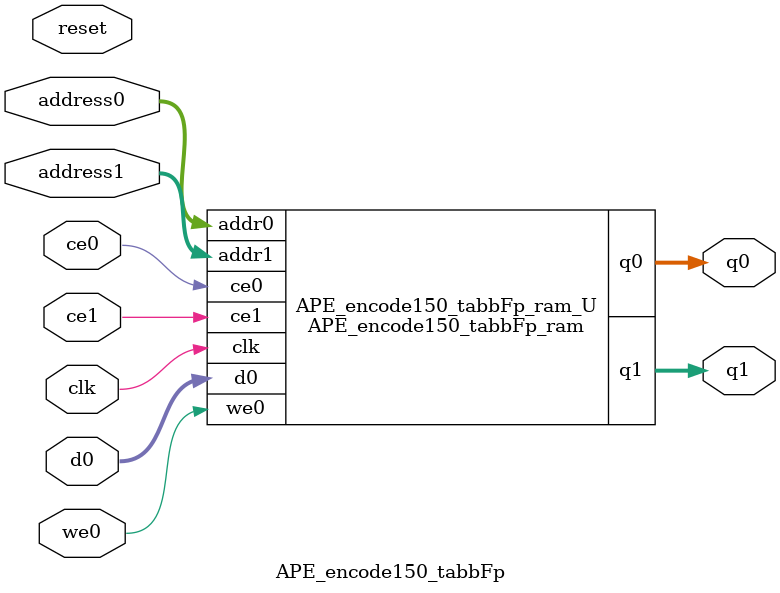
<source format=v>

`timescale 1 ns / 1 ps
module APE_encode150_tabbFp_ram (addr0, ce0, d0, we0, q0, addr1, ce1, q1,  clk);

parameter DWIDTH = 10;
parameter AWIDTH = 6;
parameter MEM_SIZE = 33;

input[AWIDTH-1:0] addr0;
input ce0;
input[DWIDTH-1:0] d0;
input we0;
output reg[DWIDTH-1:0] q0;
input[AWIDTH-1:0] addr1;
input ce1;
output reg[DWIDTH-1:0] q1;
input clk;

(* ram_style = "distributed" *)reg [DWIDTH-1:0] ram[0:MEM_SIZE-1];




always @(posedge clk)  
begin 
    if (ce0) 
    begin
        if (we0) 
        begin 
            ram[addr0] <= d0; 
            q0 <= d0;
        end 
        else 
            q0 <= ram[addr0];
    end
end


always @(posedge clk)  
begin 
    if (ce1) 
    begin
            q1 <= ram[addr1];
    end
end


endmodule


`timescale 1 ns / 1 ps
module APE_encode150_tabbFp(
    reset,
    clk,
    address0,
    ce0,
    we0,
    d0,
    q0,
    address1,
    ce1,
    q1);

parameter DataWidth = 32'd10;
parameter AddressRange = 32'd33;
parameter AddressWidth = 32'd6;
input reset;
input clk;
input[AddressWidth - 1:0] address0;
input ce0;
input we0;
input[DataWidth - 1:0] d0;
output[DataWidth - 1:0] q0;
input[AddressWidth - 1:0] address1;
input ce1;
output[DataWidth - 1:0] q1;



APE_encode150_tabbFp_ram APE_encode150_tabbFp_ram_U(
    .clk( clk ),
    .addr0( address0 ),
    .ce0( ce0 ),
    .d0( d0 ),
    .we0( we0 ),
    .q0( q0 ),
    .addr1( address1 ),
    .ce1( ce1 ),
    .q1( q1 ));

endmodule


</source>
